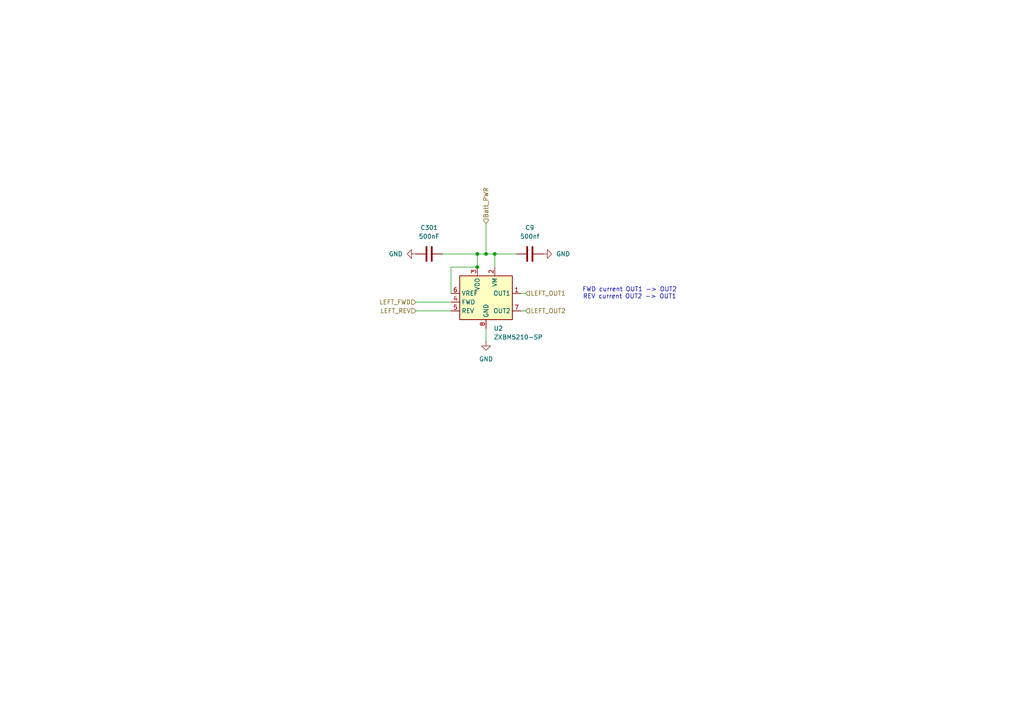
<source format=kicad_sch>
(kicad_sch (version 20231120) (generator "eeschema") (generator_version "8.0")
  (paper "A4")
  (lib_symbols
    (symbol "Device:C" (pin_numbers hide) (pin_names (offset 0.254))
      (property "Reference" "C" (at 0.635 2.54 0))
      (property "Value" "C" (at 0.635 -2.54 0))
      (symbol "C_0_1"
        (polyline (pts (xy -2.032 -0.762) (xy 2.032 -0.762)) (stroke (width 0.508)))
        (polyline (pts (xy -2.032 0.762) (xy 2.032 0.762)) (stroke (width 0.508)))
      )
      (symbol "C_1_1"
        (pin passive line (at 0 3.81 270) (length 2.794) (name "~") (number "1"))
        (pin passive line (at 0 -3.81 90) (length 2.794) (name "~") (number "2"))
      )
    )
    (symbol "Driver_Motor:ZXBM5210-SP"
      (property "Reference" "U" (at -7.62 8.89 0))
      (property "Value" "ZXBM5210-SP" (at 10.16 8.89 0))
      (symbol "ZXBM5210-SP_0_0"
        (pin output line (at 10.16 2.54 180) (length 2.54) (name "OUT1") (number "1"))
        (pin power_in line (at 2.54 10.16 270) (length 2.54) (name "VM") (number "2"))
        (pin power_in line (at -2.54 10.16 270) (length 2.54) (name "VDD") (number "3"))
        (pin input line (at -10.16 0 0) (length 2.54) (name "FWD") (number "4"))
        (pin input line (at -10.16 -2.54 0) (length 2.54) (name "REV") (number "5"))
        (pin input line (at -10.16 2.54 0) (length 2.54) (name "VREF") (number "6"))
        (pin output line (at 10.16 -2.54 180) (length 2.54) (name "OUT2") (number "7"))
        (pin power_in line (at 0 -7.62 90) (length 2.54) (name "GND") (number "8"))
        (pin passive line (at 0 -7.62 90) (length 2.54) hide (name "GND") (number "9"))
      )
      (symbol "ZXBM5210-SP_0_1"
        (rectangle (start -7.62 7.62) (end 7.62 -5.08) (stroke (width 0.254)) (fill (type background)))
      )
    )
    (symbol "power:GND" (power) (pin_numbers hide) (pin_names (offset 0) hide)
      (property "Value" "GND" (at 0 -3.81 0))
      (symbol "GND_0_1"
        (polyline (pts (xy 0 0) (xy 0 -1.27) (xy 1.27 -1.27) (xy 0 -2.54) (xy -1.27 -1.27) (xy 0 -1.27)))
      )
      (symbol "GND_1_1"
        (pin power_in line (at 0 0 270) (length 0) (name "~") (number "1"))
      )
    )
  )
  (junction (at 138.43 73.66))
  (junction (at 143.51 73.66))
  (junction (at 140.97 73.66))
  (junction (at 138.43 77.47))
  (wire (pts (xy 130.81 85.09) (xy 130.81 77.47)))
  (wire (pts (xy 138.43 73.66) (xy 140.97 73.66)))
  (wire (pts (xy 138.43 77.47) (xy 138.43 73.66)))
  (wire (pts (xy 120.65 90.17) (xy 130.81 90.17)))
  (wire (pts (xy 152.4 85.09) (xy 151.13 85.09)))
  (wire (pts (xy 152.4 90.17) (xy 151.13 90.17)))
  (wire (pts (xy 143.51 73.66) (xy 143.51 77.47)))
  (wire (pts (xy 130.81 77.47) (xy 138.43 77.47)))
  (wire (pts (xy 149.86 73.66) (xy 143.51 73.66)))
  (wire (pts (xy 140.97 95.25) (xy 140.97 99.06)))
  (wire (pts (xy 120.65 87.63) (xy 130.81 87.63)))
  (wire (pts (xy 138.43 73.66) (xy 128.27 73.66)))
  (wire (pts (xy 140.97 73.66) (xy 143.51 73.66)))
  (wire (pts (xy 140.97 73.66) (xy 140.97 64.77)))
  (text "FWD current OUT1 -> OUT2\nREV current OUT2 -> OUT1" (at 182.626 85.09 0) (effects (font (size 1.27 1.27))))
  (hierarchical_label "Batt_PWR" (shape input) (at 140.97 64.77 90))
  (hierarchical_label "LEFT_OUT2" (shape input) (at 152.4 90.17 0))
  (hierarchical_label "LEFT_FWD" (shape input) (at 120.65 87.63 180))
  (hierarchical_label "LEFT_REV" (shape input) (at 120.65 90.17 180))
  (hierarchical_label "LEFT_OUT1" (shape input) (at 152.4 85.09 0))
  (symbol (lib_id "power:GND") (at 157.48 73.66 90) (unit 1)
    (property "Reference" "#PWR021" (effects (hide yes)))
    (property "Value" "GND" (at 161.29 73.6599 90) (effects (justify right)))
    (property "Description" "Power symbol creates a global label with name \"GND\" , ground" (effects (hide yes)))
    (instances (project "TagBot" (path "" (reference "#PWR021") (unit 1)) (path "" (reference "#PWR0303") (unit 1))))
  )
  (symbol (lib_id "Device:C") (at 124.46 73.66 90) (unit 1)
    (property "Reference" "C301" (at 124.46 66.04 90))
    (property "Value" "500nF" (at 124.46 68.58 90))
    (property "Description" "Unpolarized capacitor" (effects (hide yes)))
  )
  (symbol (lib_id "Driver_Motor:ZXBM5210-SP") (at 140.97 87.63 0) (unit 1)
    (property "Reference" "U2" (at 143.1641 95.25 0) (effects (justify left)))
    (property "Value" "ZXBM5210-SP" (at 143.1641 97.79 0) (effects (justify left)))
    (property "Footprint" "Package_SO:Diodes_SO-8EP" (effects (hide yes)))
    (property "Datasheet" "https://www.diodes.com/assets/Datasheets/ZXBM5210.pdf" (effects (hide yes)))
    (property "Description" "Reversible DC motor drive with speed control, 3-18V, 0.85A, SOIC-8EP" (effects (hide yes)))
    (instances (project "TagBot" (path "" (reference "U2") (unit 1)) (path "" (reference "U301") (unit 1))))
  )
  (symbol (lib_id "power:GND") (at 120.65 73.66 270) (unit 1)
    (property "Reference" "#PWR020" (effects (hide yes)))
    (property "Value" "GND" (at 116.84 73.6599 90) (effects (justify right)))
    (property "Description" "Power symbol creates a global label with name \"GND\" , ground" (effects (hide yes)))
    (instances (project "TagBot" (path "" (reference "#PWR020") (unit 1)) (path "" (reference "#PWR0301") (unit 1))))
  )
  (symbol (lib_id "Device:C") (at 153.67 73.66 270) (unit 1)
    (property "Reference" "C9" (at 153.67 66.04 90))
    (property "Value" "500nf" (at 153.67 68.58 90))
    (property "Description" "Unpolarized capacitor" (effects (hide yes)))
    (instances (project "TagBot" (path "" (reference "C9") (unit 1)) (path "" (reference "C302") (unit 1))))
  )
  (symbol (lib_id "power:GND") (at 140.97 99.06 0) (unit 1)
    (property "Reference" "#PWR0302" (effects (hide yes)))
    (property "Value" "GND" (at 140.97 104.14 0))
    (property "Description" "Power symbol creates a global label with name \"GND\" , ground" (effects (hide yes)))
  )
)
</source>
